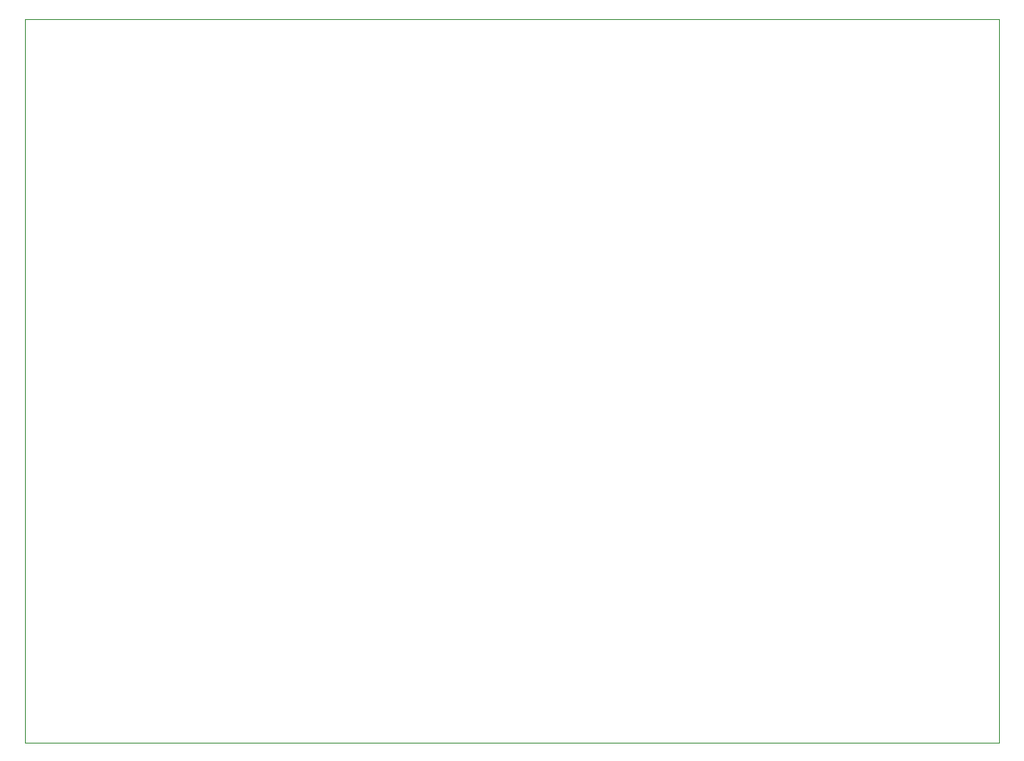
<source format=gko>
G04 #@! TF.FileFunction,Profile,NP*
%FSLAX46Y46*%
G04 Gerber Fmt 4.6, Leading zero omitted, Abs format (unit mm)*
G04 Created by KiCad (PCBNEW (after 2015-mar-04 BZR unknown)-product) date 03.06.2015 18:39:59*
%MOMM*%
G01*
G04 APERTURE LIST*
%ADD10C,0.100000*%
G04 APERTURE END LIST*
D10*
X111760000Y-127000000D02*
X210820000Y-127000000D01*
X111760000Y-53340000D02*
X111760000Y-127000000D01*
X111760000Y-53340000D02*
X210820000Y-53340000D01*
X210820000Y-53340000D02*
X210820000Y-127000000D01*
M02*

</source>
